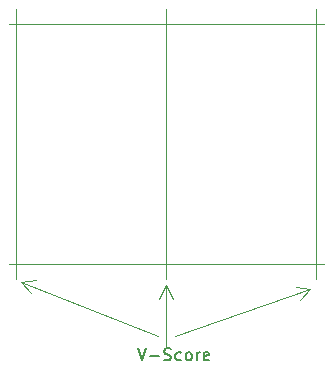
<source format=gbr>
%TF.GenerationSoftware,KiCad,Pcbnew,8.0.6*%
%TF.CreationDate,2024-12-13T22:42:48+00:00*%
%TF.ProjectId,StepperAdapterMount,53746570-7065-4724-9164-61707465724d,RevA*%
%TF.SameCoordinates,Original*%
%TF.FileFunction,Other,User*%
%FSLAX46Y46*%
G04 Gerber Fmt 4.6, Leading zero omitted, Abs format (unit mm)*
G04 Created by KiCad (PCBNEW 8.0.6) date 2024-12-13 22:42:48*
%MOMM*%
%LPD*%
G01*
G04 APERTURE LIST*
%ADD10C,0.100000*%
%ADD11C,0.150000*%
G04 APERTURE END LIST*
D10*
X38335000Y-197200000D02*
X65005000Y-197200000D01*
X38335000Y-217520000D02*
X65005000Y-217520000D01*
X39434238Y-218975695D02*
X50955699Y-223584280D01*
X39434238Y-218975695D02*
X40697962Y-218849590D01*
X39434238Y-218975695D02*
X40262379Y-219938546D01*
X39434238Y-218975695D02*
X50955699Y-223584280D01*
X39434238Y-218975695D02*
X40697962Y-218849590D01*
X39434238Y-218975695D02*
X40262379Y-219938546D01*
X63898071Y-219590175D02*
X52395000Y-223616250D01*
X63898071Y-219590175D02*
X63028535Y-220515814D01*
X63898071Y-219590175D02*
X62641087Y-219408818D01*
X63898071Y-219590175D02*
X52395000Y-223616250D01*
X63898071Y-219590175D02*
X63028535Y-220515814D01*
X63898071Y-219590175D02*
X62641087Y-219408818D01*
X51670000Y-219290000D02*
X51670000Y-224576750D01*
X51670000Y-219290000D02*
X52256421Y-220416504D01*
X51670000Y-219290000D02*
X51083579Y-220416504D01*
X51670000Y-219290000D02*
X51670000Y-224576750D01*
X51670000Y-219290000D02*
X52256421Y-220416504D01*
X51670000Y-219290000D02*
X51083579Y-220416504D01*
D11*
X49323922Y-224644819D02*
X49657255Y-225644819D01*
X49657255Y-225644819D02*
X49990588Y-224644819D01*
X50323922Y-225263866D02*
X51085827Y-225263866D01*
X51514398Y-225597200D02*
X51657255Y-225644819D01*
X51657255Y-225644819D02*
X51895350Y-225644819D01*
X51895350Y-225644819D02*
X51990588Y-225597200D01*
X51990588Y-225597200D02*
X52038207Y-225549580D01*
X52038207Y-225549580D02*
X52085826Y-225454342D01*
X52085826Y-225454342D02*
X52085826Y-225359104D01*
X52085826Y-225359104D02*
X52038207Y-225263866D01*
X52038207Y-225263866D02*
X51990588Y-225216247D01*
X51990588Y-225216247D02*
X51895350Y-225168628D01*
X51895350Y-225168628D02*
X51704874Y-225121009D01*
X51704874Y-225121009D02*
X51609636Y-225073390D01*
X51609636Y-225073390D02*
X51562017Y-225025771D01*
X51562017Y-225025771D02*
X51514398Y-224930533D01*
X51514398Y-224930533D02*
X51514398Y-224835295D01*
X51514398Y-224835295D02*
X51562017Y-224740057D01*
X51562017Y-224740057D02*
X51609636Y-224692438D01*
X51609636Y-224692438D02*
X51704874Y-224644819D01*
X51704874Y-224644819D02*
X51942969Y-224644819D01*
X51942969Y-224644819D02*
X52085826Y-224692438D01*
X52942969Y-225597200D02*
X52847731Y-225644819D01*
X52847731Y-225644819D02*
X52657255Y-225644819D01*
X52657255Y-225644819D02*
X52562017Y-225597200D01*
X52562017Y-225597200D02*
X52514398Y-225549580D01*
X52514398Y-225549580D02*
X52466779Y-225454342D01*
X52466779Y-225454342D02*
X52466779Y-225168628D01*
X52466779Y-225168628D02*
X52514398Y-225073390D01*
X52514398Y-225073390D02*
X52562017Y-225025771D01*
X52562017Y-225025771D02*
X52657255Y-224978152D01*
X52657255Y-224978152D02*
X52847731Y-224978152D01*
X52847731Y-224978152D02*
X52942969Y-225025771D01*
X53514398Y-225644819D02*
X53419160Y-225597200D01*
X53419160Y-225597200D02*
X53371541Y-225549580D01*
X53371541Y-225549580D02*
X53323922Y-225454342D01*
X53323922Y-225454342D02*
X53323922Y-225168628D01*
X53323922Y-225168628D02*
X53371541Y-225073390D01*
X53371541Y-225073390D02*
X53419160Y-225025771D01*
X53419160Y-225025771D02*
X53514398Y-224978152D01*
X53514398Y-224978152D02*
X53657255Y-224978152D01*
X53657255Y-224978152D02*
X53752493Y-225025771D01*
X53752493Y-225025771D02*
X53800112Y-225073390D01*
X53800112Y-225073390D02*
X53847731Y-225168628D01*
X53847731Y-225168628D02*
X53847731Y-225454342D01*
X53847731Y-225454342D02*
X53800112Y-225549580D01*
X53800112Y-225549580D02*
X53752493Y-225597200D01*
X53752493Y-225597200D02*
X53657255Y-225644819D01*
X53657255Y-225644819D02*
X53514398Y-225644819D01*
X54276303Y-225644819D02*
X54276303Y-224978152D01*
X54276303Y-225168628D02*
X54323922Y-225073390D01*
X54323922Y-225073390D02*
X54371541Y-225025771D01*
X54371541Y-225025771D02*
X54466779Y-224978152D01*
X54466779Y-224978152D02*
X54562017Y-224978152D01*
X55276303Y-225597200D02*
X55181065Y-225644819D01*
X55181065Y-225644819D02*
X54990589Y-225644819D01*
X54990589Y-225644819D02*
X54895351Y-225597200D01*
X54895351Y-225597200D02*
X54847732Y-225501961D01*
X54847732Y-225501961D02*
X54847732Y-225121009D01*
X54847732Y-225121009D02*
X54895351Y-225025771D01*
X54895351Y-225025771D02*
X54990589Y-224978152D01*
X54990589Y-224978152D02*
X55181065Y-224978152D01*
X55181065Y-224978152D02*
X55276303Y-225025771D01*
X55276303Y-225025771D02*
X55323922Y-225121009D01*
X55323922Y-225121009D02*
X55323922Y-225216247D01*
X55323922Y-225216247D02*
X54847732Y-225311485D01*
D10*
X38970000Y-195930000D02*
X38970000Y-218790000D01*
X64370000Y-195930000D02*
X64370000Y-218790000D01*
X51670000Y-195930000D02*
X51670000Y-218790000D01*
M02*

</source>
